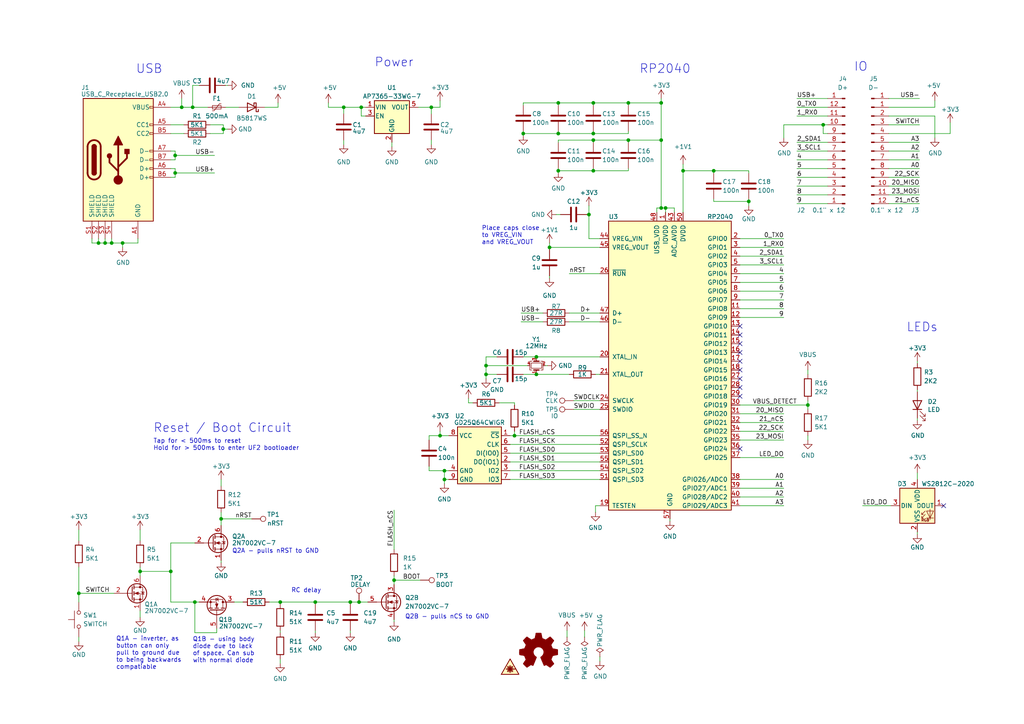
<source format=kicad_sch>
(kicad_sch (version 20211123) (generator eeschema)
  (paper "A4")
  (title_block (title "Sea Picro Reset") (date "2022-03-13") (rev "0.2") (company "Josh Johnson"))
  (junction (at 170.815 62.23))
  (junction (at 40.64 165.735))
  (junction (at 32.385 70.485))
  (junction (at 140.97 106.045))
  (junction (at 207.01 49.53))
  (junction (at 125.095 31.115))
  (junction (at 56.515 174.625))
  (junction (at 64.77 37.465))
  (junction (at 64.135 150.495))
  (junction (at 172.085 38.735))
  (junction (at 104.14 174.625))
  (junction (at 182.245 29.845))
  (junction (at 151.765 38.735))
  (junction (at 161.925 49.53))
  (junction (at 182.245 40.64))
  (junction (at 50.8 45.085))
  (junction (at 234.315 117.475))
  (junction (at 28.575 70.485))
  (junction (at 193.04 60.325))
  (junction (at 35.56 70.485))
  (junction (at 191.77 40.64))
  (junction (at 172.085 49.53))
  (junction (at 104.775 31.115))
  (junction (at 159.385 71.755))
  (junction (at 52.705 31.115))
  (junction (at 30.48 70.485))
  (junction (at 198.12 49.53))
  (junction (at 50.8 50.165))
  (junction (at 101.6 174.625))
  (junction (at 155.575 108.585))
  (junction (at 22.86 172.085))
  (junction (at 161.925 38.735))
  (junction (at 91.44 174.625))
  (junction (at 127.635 126.365))
  (junction (at 49.53 165.735))
  (junction (at 140.97 108.585))
  (junction (at 155.575 103.505))
  (junction (at 128.905 136.525))
  (junction (at 55.88 31.115))
  (junction (at 99.695 31.115))
  (junction (at 81.28 174.625))
  (junction (at 114.3 168.275))
  (junction (at 128.905 139.065))
  (junction (at 172.085 29.845))
  (junction (at 191.77 29.845))
  (junction (at 172.085 40.64))
  (junction (at 149.225 126.365))
  (junction (at 161.925 29.845))
  (junction (at 217.17 58.42))
  (junction (at 238.76 36.195))
  (junction (at 191.77 60.325))
  (no_connect (at 214.63 130.175))
  (no_connect (at 214.63 107.315))
  (no_connect (at 214.63 112.395))
  (no_connect (at 214.63 97.155))
  (no_connect (at 214.63 99.695))
  (no_connect (at 214.63 114.935))
  (no_connect (at 214.63 104.775))
  (no_connect (at 214.63 94.615))
  (no_connect (at 214.63 109.855))
  (no_connect (at 273.685 146.685))
  (no_connect (at 214.63 102.235))
  (wire (pts (xy 128.905 136.525) (xy 128.905 139.065)))
  (wire (pts (xy 50.8 48.895) (xy 50.8 50.165)))
  (wire (pts (xy 266.065 121.285) (xy 266.065 121.92)))
  (wire (pts (xy 127.635 126.365) (xy 124.46 126.365)))
  (wire (pts (xy 151.765 30.48) (xy 151.765 29.845)))
  (wire (pts (xy 191.77 29.845) (xy 191.77 40.64)))
  (wire (pts (xy 60.96 36.195) (xy 64.77 36.195)))
  (wire (pts (xy 147.955 126.365) (xy 149.225 126.365)))
  (wire (pts (xy 182.245 29.845) (xy 191.77 29.845)))
  (wire (pts (xy 207.01 49.53) (xy 198.12 49.53)))
  (wire (pts (xy 56.515 174.625) (xy 49.53 174.625)))
  (wire (pts (xy 231.14 56.515) (xy 240.03 56.515)))
  (wire (pts (xy 191.77 40.64) (xy 191.77 60.325)))
  (wire (pts (xy 257.81 41.275) (xy 266.7 41.275)))
  (wire (pts (xy 114.3 167.005) (xy 114.3 168.275)))
  (wire (pts (xy 28.575 70.485) (xy 30.48 70.485)))
  (wire (pts (xy 182.245 29.845) (xy 182.245 30.48)))
  (wire (pts (xy 234.315 126.365) (xy 234.315 127.635)))
  (wire (pts (xy 214.63 92.075) (xy 227.33 92.075)))
  (wire (pts (xy 26.67 70.485) (xy 28.575 70.485)))
  (wire (pts (xy 140.97 103.505) (xy 140.97 106.045)))
  (wire (pts (xy 40.64 164.465) (xy 40.64 165.735)))
  (wire (pts (xy 80.645 31.115) (xy 80.645 29.845)))
  (wire (pts (xy 157.48 93.345) (xy 151.13 93.345)))
  (wire (pts (xy 231.14 53.975) (xy 240.03 53.975)))
  (wire (pts (xy 65.405 31.115) (xy 69.215 31.115)))
  (wire (pts (xy 32.385 69.215) (xy 32.385 70.485)))
  (wire (pts (xy 231.14 51.435) (xy 240.03 51.435)))
  (wire (pts (xy 64.135 148.59) (xy 64.135 150.495)))
  (wire (pts (xy 161.925 48.895) (xy 161.925 49.53)))
  (wire (pts (xy 173.99 71.755) (xy 159.385 71.755)))
  (wire (pts (xy 155.575 108.585) (xy 165.1 108.585)))
  (wire (pts (xy 198.12 49.53) (xy 198.12 61.595)))
  (wire (pts (xy 22.86 164.465) (xy 22.86 172.085)))
  (wire (pts (xy 214.63 71.755) (xy 227.33 71.755)))
  (wire (pts (xy 99.695 31.115) (xy 104.775 31.115)))
  (wire (pts (xy 22.86 172.085) (xy 22.86 174.625)))
  (wire (pts (xy 231.14 33.655) (xy 240.03 33.655)))
  (wire (pts (xy 169.545 182.88) (xy 169.545 184.785)))
  (wire (pts (xy 55.88 24.765) (xy 57.785 24.765)))
  (wire (pts (xy 49.53 48.895) (xy 50.8 48.895)))
  (wire (pts (xy 50.8 50.165) (xy 50.8 51.435)))
  (wire (pts (xy 191.77 28.575) (xy 191.77 29.845)))
  (wire (pts (xy 271.145 31.115) (xy 271.145 29.21)))
  (wire (pts (xy 50.8 45.085) (xy 62.23 45.085)))
  (wire (pts (xy 238.76 38.735) (xy 238.76 36.195)))
  (wire (pts (xy 271.145 33.655) (xy 271.145 40.005)))
  (wire (pts (xy 172.085 30.48) (xy 172.085 29.845)))
  (wire (pts (xy 166.37 118.745) (xy 173.99 118.745)))
  (wire (pts (xy 64.135 150.495) (xy 73.025 150.495)))
  (wire (pts (xy 257.81 43.815) (xy 266.7 43.815)))
  (wire (pts (xy 207.01 57.785) (xy 207.01 58.42)))
  (wire (pts (xy 266.065 105.41) (xy 266.065 104.775)))
  (wire (pts (xy 193.04 60.325) (xy 191.77 60.325)))
  (wire (pts (xy 231.14 28.575) (xy 240.03 28.575)))
  (wire (pts (xy 231.14 43.815) (xy 240.03 43.815)))
  (wire (pts (xy 64.135 150.495) (xy 64.135 152.4)))
  (wire (pts (xy 81.28 191.135) (xy 81.28 192.405)))
  (wire (pts (xy 182.245 38.1) (xy 182.245 38.735)))
  (wire (pts (xy 172.085 38.735) (xy 182.245 38.735)))
  (wire (pts (xy 240.03 38.735) (xy 238.76 38.735)))
  (wire (pts (xy 214.63 144.145) (xy 227.33 144.145)))
  (wire (pts (xy 49.53 174.625) (xy 49.53 165.735)))
  (wire (pts (xy 121.285 31.115) (xy 125.095 31.115)))
  (wire (pts (xy 140.97 108.585) (xy 140.97 109.855)))
  (wire (pts (xy 114.3 147.955) (xy 114.3 159.385)))
  (wire (pts (xy 22.86 153.67) (xy 22.86 156.845)))
  (wire (pts (xy 104.14 174.625) (xy 106.68 174.625)))
  (wire (pts (xy 214.63 74.295) (xy 227.33 74.295)))
  (wire (pts (xy 214.63 127.635) (xy 227.33 127.635)))
  (wire (pts (xy 64.77 36.195) (xy 64.77 37.465)))
  (wire (pts (xy 182.245 48.895) (xy 182.245 49.53)))
  (wire (pts (xy 147.955 133.985) (xy 173.99 133.985)))
  (wire (pts (xy 161.925 38.735) (xy 172.085 38.735)))
  (wire (pts (xy 207.01 49.53) (xy 217.17 49.53)))
  (wire (pts (xy 53.34 36.195) (xy 49.53 36.195)))
  (wire (pts (xy 127.635 29.21) (xy 127.635 31.115)))
  (wire (pts (xy 140.97 106.045) (xy 140.97 108.585)))
  (wire (pts (xy 159.385 70.485) (xy 159.385 71.755)))
  (wire (pts (xy 170.815 62.23) (xy 170.815 69.215)))
  (wire (pts (xy 99.695 31.115) (xy 99.695 33.02)))
  (wire (pts (xy 149.225 125.095) (xy 149.225 126.365)))
  (wire (pts (xy 172.085 49.53) (xy 182.245 49.53)))
  (wire (pts (xy 198.12 47.625) (xy 198.12 49.53)))
  (wire (pts (xy 157.48 90.805) (xy 151.13 90.805)))
  (wire (pts (xy 266.065 113.665) (xy 266.065 113.03)))
  (wire (pts (xy 257.81 36.195) (xy 266.7 36.195)))
  (wire (pts (xy 217.17 58.42) (xy 217.17 59.69)))
  (wire (pts (xy 49.53 43.815) (xy 50.8 43.815)))
  (wire (pts (xy 172.085 29.845) (xy 182.245 29.845)))
  (wire (pts (xy 234.315 117.475) (xy 234.315 118.745)))
  (wire (pts (xy 214.63 117.475) (xy 234.315 117.475)))
  (wire (pts (xy 257.81 33.655) (xy 271.145 33.655)))
  (wire (pts (xy 65.405 24.765) (xy 66.04 24.765)))
  (wire (pts (xy 207.01 50.165) (xy 207.01 49.53)))
  (wire (pts (xy 50.8 46.355) (xy 49.53 46.355)))
  (wire (pts (xy 22.86 172.085) (xy 33.02 172.085)))
  (wire (pts (xy 101.6 174.625) (xy 104.14 174.625)))
  (wire (pts (xy 161.925 29.845) (xy 161.925 30.48)))
  (wire (pts (xy 101.6 182.88) (xy 101.6 183.515)))
  (wire (pts (xy 130.175 136.525) (xy 128.905 136.525)))
  (wire (pts (xy 26.67 69.215) (xy 26.67 70.485)))
  (wire (pts (xy 257.81 59.055) (xy 266.7 59.055)))
  (wire (pts (xy 104.775 33.655) (xy 104.775 31.115)))
  (wire (pts (xy 147.955 136.525) (xy 173.99 136.525)))
  (wire (pts (xy 50.8 51.435) (xy 49.53 51.435)))
  (wire (pts (xy 128.905 139.065) (xy 130.175 139.065)))
  (wire (pts (xy 257.81 48.895) (xy 266.7 48.895)))
  (wire (pts (xy 214.63 139.065) (xy 227.33 139.065)))
  (wire (pts (xy 52.705 28.575) (xy 52.705 31.115)))
  (wire (pts (xy 28.575 69.215) (xy 28.575 70.485)))
  (wire (pts (xy 214.63 141.605) (xy 227.33 141.605)))
  (wire (pts (xy 266.065 137.16) (xy 266.065 139.065)))
  (wire (pts (xy 81.28 182.88) (xy 81.28 183.515)))
  (wire (pts (xy 140.97 108.585) (xy 144.145 108.585)))
  (wire (pts (xy 50.8 45.085) (xy 50.8 46.355)))
  (wire (pts (xy 101.6 175.26) (xy 101.6 174.625)))
  (wire (pts (xy 214.63 84.455) (xy 227.33 84.455)))
  (wire (pts (xy 161.925 49.53) (xy 172.085 49.53)))
  (wire (pts (xy 60.96 38.735) (xy 64.77 38.735)))
  (wire (pts (xy 151.765 29.845) (xy 161.925 29.845)))
  (wire (pts (xy 172.085 40.64) (xy 172.085 41.275)))
  (wire (pts (xy 40.64 165.735) (xy 40.64 167.005)))
  (wire (pts (xy 172.085 38.1) (xy 172.085 38.735)))
  (wire (pts (xy 234.315 107.315) (xy 234.315 108.585)))
  (wire (pts (xy 125.095 31.115) (xy 125.095 33.02)))
  (wire (pts (xy 173.99 146.685) (xy 172.72 146.685)))
  (wire (pts (xy 164.465 182.88) (xy 164.465 184.785)))
  (wire (pts (xy 128.905 139.065) (xy 128.905 140.335)))
  (wire (pts (xy 32.385 70.485) (xy 35.56 70.485)))
  (wire (pts (xy 30.48 70.485) (xy 32.385 70.485)))
  (wire (pts (xy 217.17 49.53) (xy 217.17 50.165)))
  (wire (pts (xy 147.955 128.905) (xy 173.99 128.905)))
  (wire (pts (xy 172.72 146.685) (xy 172.72 148.59)))
  (wire (pts (xy 135.89 115.57) (xy 135.89 116.84)))
  (wire (pts (xy 214.63 122.555) (xy 227.33 122.555)))
  (wire (pts (xy 64.135 139.065) (xy 64.135 140.97)))
  (wire (pts (xy 147.955 139.065) (xy 173.99 139.065)))
  (wire (pts (xy 149.225 116.84) (xy 149.225 117.475)))
  (wire (pts (xy 113.665 41.275) (xy 113.665 42.545)))
  (wire (pts (xy 151.765 38.735) (xy 161.925 38.735)))
  (wire (pts (xy 81.28 174.625) (xy 91.44 174.625)))
  (wire (pts (xy 106.045 33.655) (xy 104.775 33.655)))
  (wire (pts (xy 258.445 146.685) (xy 250.19 146.685)))
  (wire (pts (xy 161.925 29.845) (xy 172.085 29.845)))
  (wire (pts (xy 67.945 174.625) (xy 70.485 174.625)))
  (wire (pts (xy 193.04 60.325) (xy 193.04 61.595)))
  (wire (pts (xy 127.635 125.095) (xy 127.635 126.365)))
  (wire (pts (xy 151.765 38.735) (xy 151.765 39.37)))
  (wire (pts (xy 234.315 116.205) (xy 234.315 117.475)))
  (wire (pts (xy 50.8 50.165) (xy 62.23 50.165)))
  (wire (pts (xy 231.14 48.895) (xy 240.03 48.895)))
  (wire (pts (xy 257.81 53.975) (xy 266.7 53.975)))
  (wire (pts (xy 173.99 191.77) (xy 173.99 190.5)))
  (wire (pts (xy 151.765 38.1) (xy 151.765 38.735)))
  (wire (pts (xy 173.99 69.215) (xy 170.815 69.215)))
  (wire (pts (xy 214.63 81.915) (xy 227.33 81.915)))
  (wire (pts (xy 214.63 79.375) (xy 227.33 79.375)))
  (wire (pts (xy 144.78 116.84) (xy 149.225 116.84)))
  (wire (pts (xy 50.8 43.815) (xy 50.8 45.085)))
  (wire (pts (xy 55.88 31.115) (xy 60.325 31.115)))
  (wire (pts (xy 166.37 116.205) (xy 173.99 116.205)))
  (wire (pts (xy 182.245 40.64) (xy 191.77 40.64)))
  (wire (pts (xy 56.515 183.515) (xy 56.515 174.625)))
  (wire (pts (xy 214.63 125.095) (xy 227.33 125.095)))
  (wire (pts (xy 214.63 89.535) (xy 227.33 89.535)))
  (wire (pts (xy 194.31 150.495) (xy 194.31 151.13)))
  (wire (pts (xy 40.64 177.165) (xy 40.64 179.07)))
  (wire (pts (xy 170.18 62.23) (xy 170.815 62.23)))
  (wire (pts (xy 125.095 40.64) (xy 125.095 41.91)))
  (wire (pts (xy 195.58 60.325) (xy 193.04 60.325)))
  (wire (pts (xy 81.28 174.625) (xy 78.105 174.625)))
  (wire (pts (xy 159.385 71.755) (xy 159.385 72.39)))
  (wire (pts (xy 172.085 48.895) (xy 172.085 49.53)))
  (wire (pts (xy 149.225 126.365) (xy 173.99 126.365)))
  (wire (pts (xy 257.81 51.435) (xy 266.7 51.435)))
  (wire (pts (xy 231.14 41.275) (xy 240.03 41.275)))
  (wire (pts (xy 81.28 175.26) (xy 81.28 174.625)))
  (wire (pts (xy 191.77 60.325) (xy 190.5 60.325)))
  (wire (pts (xy 275.59 35.56) (xy 275.59 38.735)))
  (wire (pts (xy 49.53 165.735) (xy 40.64 165.735)))
  (wire (pts (xy 62.865 183.515) (xy 56.515 183.515)))
  (wire (pts (xy 161.925 40.64) (xy 172.085 40.64)))
  (wire (pts (xy 127.635 126.365) (xy 130.175 126.365)))
  (wire (pts (xy 159.385 80.01) (xy 159.385 80.645)))
  (wire (pts (xy 64.77 37.465) (xy 64.77 38.735)))
  (wire (pts (xy 214.63 76.835) (xy 227.33 76.835)))
  (wire (pts (xy 165.1 93.345) (xy 173.99 93.345)))
  (wire (pts (xy 217.17 57.785) (xy 217.17 58.42)))
  (wire (pts (xy 49.53 31.115) (xy 52.705 31.115)))
  (wire (pts (xy 40.64 153.67) (xy 40.64 156.845)))
  (wire (pts (xy 91.44 182.88) (xy 91.44 183.515)))
  (wire (pts (xy 266.065 154.305) (xy 266.065 154.94)))
  (wire (pts (xy 53.34 38.735) (xy 49.53 38.735)))
  (wire (pts (xy 151.765 108.585) (xy 155.575 108.585)))
  (wire (pts (xy 227.33 36.195) (xy 238.76 36.195)))
  (wire (pts (xy 95.25 31.115) (xy 95.25 29.845)))
  (wire (pts (xy 161.29 62.23) (xy 162.56 62.23)))
  (wire (pts (xy 158.115 106.045) (xy 158.75 106.045)))
  (wire (pts (xy 231.14 31.115) (xy 240.03 31.115)))
  (wire (pts (xy 161.925 41.275) (xy 161.925 40.64)))
  (wire (pts (xy 62.865 182.245) (xy 62.865 183.515)))
  (wire (pts (xy 165.1 90.805) (xy 173.99 90.805)))
  (wire (pts (xy 190.5 60.325) (xy 190.5 61.595)))
  (wire (pts (xy 114.3 179.705) (xy 114.3 180.34)))
  (wire (pts (xy 140.97 106.045) (xy 153.035 106.045)))
  (wire (pts (xy 182.245 41.275) (xy 182.245 40.64)))
  (wire (pts (xy 227.33 36.195) (xy 227.33 40.005)))
  (wire (pts (xy 64.135 162.56) (xy 64.135 163.195)))
  (wire (pts (xy 125.095 31.115) (xy 127.635 31.115)))
  (wire (pts (xy 104.775 31.115) (xy 106.045 31.115)))
  (wire (pts (xy 161.925 49.53) (xy 161.925 50.165)))
  (wire (pts (xy 173.99 79.375) (xy 165.1 79.375)))
  (wire (pts (xy 40.005 69.215) (xy 40.005 70.485)))
  (wire (pts (xy 66.04 37.465) (xy 64.77 37.465)))
  (wire (pts (xy 161.925 38.1) (xy 161.925 38.735)))
  (wire (pts (xy 55.88 24.765) (xy 55.88 31.115)))
  (wire (pts (xy 52.705 31.115) (xy 55.88 31.115)))
  (wire (pts (xy 195.58 61.595) (xy 195.58 60.325)))
  (wire (pts (xy 214.63 146.685) (xy 227.33 146.685)))
  (wire (pts (xy 257.81 38.735) (xy 275.59 38.735)))
  (wire (pts (xy 257.81 46.355) (xy 266.7 46.355)))
  (wire (pts (xy 231.14 46.355) (xy 240.03 46.355)))
  (wire (pts (xy 124.46 126.365) (xy 124.46 127.635)))
  (wire (pts (xy 30.48 69.215) (xy 30.48 70.485)))
  (wire (pts (xy 155.575 103.505) (xy 173.99 103.505)))
  (wire (pts (xy 214.63 120.015) (xy 227.33 120.015)))
  (wire (pts (xy 147.955 131.445) (xy 173.99 131.445)))
  (wire (pts (xy 49.53 157.48) (xy 56.515 157.48)))
  (wire (pts (xy 207.01 58.42) (xy 217.17 58.42)))
  (wire (pts (xy 35.56 70.485) (xy 40.005 70.485)))
  (wire (pts (xy 76.835 31.115) (xy 80.645 31.115)))
  (wire (pts (xy 124.46 135.255) (xy 124.46 136.525)))
  (wire (pts (xy 99.695 40.64) (xy 99.695 41.91)))
  (wire (pts (xy 95.25 31.115) (xy 99.695 31.115)))
  (wire (pts (xy 257.81 31.115) (xy 271.145 31.115)))
  (wire (pts (xy 231.14 59.055) (xy 240.03 59.055)))
  (wire (pts (xy 257.81 28.575) (xy 266.7 28.575)))
  (wire (pts (xy 114.3 168.275) (xy 121.92 168.275)))
  (wire (pts (xy 257.81 56.515) (xy 266.7 56.515)))
  (wire (pts (xy 135.89 116.84) (xy 137.16 116.84)))
  (wire (pts (xy 172.085 40.64) (xy 182.245 40.64)))
  (wire (pts (xy 170.815 59.69) (xy 170.815 62.23)))
  (wire (pts (xy 144.145 103.505) (xy 140.97 103.505)))
  (wire (pts (xy 124.46 136.525) (xy 128.905 136.525)))
  (wire (pts (xy 172.72 108.585) (xy 173.99 108.585)))
  (wire (pts (xy 214.63 132.715) (xy 227.33 132.715)))
  (wire (pts (xy 91.44 175.26) (xy 91.44 174.625)))
  (wire (pts (xy 238.76 36.195) (xy 240.03 36.195)))
  (wire (pts (xy 214.63 69.215) (xy 227.33 69.215)))
  (wire (pts (xy 56.515 174.625) (xy 57.785 174.625)))
  (wire (pts (xy 114.3 168.275) (xy 114.3 169.545)))
  (wire (pts (xy 49.53 157.48) (xy 49.53 165.735)))
  (wire (pts (xy 91.44 174.625) (xy 101.6 174.625)))
  (wire (pts (xy 214.63 86.995) (xy 227.33 86.995)))
  (wire (pts (xy 151.765 103.505) (xy 155.575 103.505)))
  (wire (pts (xy 22.86 184.785) (xy 22.86 186.055)))
  (wire (pts (xy 35.56 71.755) (xy 35.56 70.485)))
  (text "LEDs" (at 262.89 96.52 0) (effects (font (size 2.54 2.54)) (justify left bottom)))
  (text "RP2040" (at 185.42 21.59 0) (effects (font (size 2.54 2.54)) (justify left bottom)))
  (text "Power" (at 108.585 19.685 0) (effects (font (size 2.54 2.54)) (justify left bottom)))
  (text "Q2A - pulls nRST to GND" (at 67.31 160.655 0) (effects (font (size 1.27 1.27)) (justify left bottom)))
  (text "Q1A - inverter, as \nbutton can only \npull to ground due\nto being backwards\ncompatiable" (at 33.655 194.31 0) (effects (font (size 1.27 1.27)) (justify left bottom)))
  (text "Place caps close \nto VREG_VIN \nand VREG_VOUT" (at 139.7 71.12 0) (effects (font (size 1.27 1.27)) (justify left bottom)))
  (text "Q1B - using body \ndiode due to lack\nof space. Can sub\nwith normal diode" (at 55.88 192.405 0) (effects (font (size 1.27 1.27)) (justify left bottom)))
  (text "Tap for < 500ms to reset\nHold for > 500ms to enter UF2 bootloader" (at 44.45 130.81 0) (effects (font (size 1.27 1.27)) (justify left bottom)))
  (text "RC delay" (at 84.455 172.085 0) (effects (font (size 1.27 1.27)) (justify left bottom)))
  (text "Reset / Boot Circuit" (at 44.45 125.73 0) (effects (font (size 2.54 2.54)) (justify left bottom)))
  (text "IO" (at 247.65 20.955 0) (effects (font (size 2.54 2.54)) (justify left bottom)))
  (text "USB" (at 39.37 21.59 0) (effects (font (size 2.54 2.54)) (justify left bottom)))
  (text "Q2B - pulls nCS to GND" (at 117.475 179.705 0) (effects (font (size 1.27 1.27)) (justify left bottom)))
  (label "23_MOSI" (at 227.33 127.635 180))
  (label "USB-" (at 62.23 45.085 180))
  (label "4" (at 231.14 46.355 0))
  (label "SWDIO" (at 166.37 118.745 0))
  (label "3_SCL1" (at 227.33 76.835 180))
  (label "SWDCLK" (at 166.37 116.205 0))
  (label "22_SCK" (at 227.33 125.095 180))
  (label "LED_DO" (at 250.19 146.685 0))
  (label "7" (at 231.14 53.975 0))
  (label "A2" (at 227.33 144.145 180))
  (label "4" (at 227.33 79.375 180))
  (label "3_SCL1" (at 231.14 43.815 0))
  (label "USB-" (at 266.7 28.575 180))
  (label "2_SDA1" (at 231.14 41.275 0))
  (label "5" (at 231.14 48.895 0))
  (label "USB+" (at 231.14 28.575 0))
  (label "22_SCK" (at 266.7 51.435 180))
  (label "6" (at 231.14 51.435 0))
  (label "nRST" (at 165.1 79.375 0))
  (label "20_MISO" (at 227.33 120.015 180))
  (label "USB-" (at 151.13 93.345 0))
  (label "23_MOSI" (at 266.7 56.515 180))
  (label "FLASH_SD0" (at 150.495 131.445 0))
  (label "FLASH_SD3" (at 150.495 139.065 0))
  (label "SWITCH" (at 24.765 172.085 0))
  (label "FLASH_nCS" (at 114.3 147.955 270))
  (label "9" (at 227.33 92.075 180))
  (label "A1" (at 227.33 141.605 180))
  (label "FLASH_nCS" (at 150.495 126.365 0))
  (label "21_nCS" (at 227.33 122.555 180))
  (label "8" (at 227.33 89.535 180))
  (label "5" (at 227.33 81.915 180))
  (label "A0" (at 227.33 139.065 180))
  (label "D-" (at 168.275 93.345 0))
  (label "USB+" (at 62.23 50.165 180))
  (label "0_TX0" (at 227.33 69.215 180))
  (label "USB+" (at 151.13 90.805 0))
  (label "LED_DO" (at 227.33 132.715 180))
  (label "9" (at 231.14 59.055 0))
  (label "6" (at 227.33 84.455 180))
  (label "21_nCS" (at 266.7 59.055 180))
  (label "7" (at 227.33 86.995 180))
  (label "8" (at 231.14 56.515 0))
  (label "nRST" (at 73.025 150.495 180))
  (label "0_TX0" (at 231.14 31.115 0))
  (label "D+" (at 168.275 90.805 0))
  (label "A3" (at 266.7 41.275 180))
  (label "FLASH_SCK" (at 150.495 128.905 0))
  (label "20_MISO" (at 266.7 53.975 180))
  (label "VBUS_DETECT" (at 231.14 117.475 180))
  (label "SWITCH" (at 266.7 36.195 180))
  (label "A0" (at 266.7 48.895 180))
  (label "1_RX0" (at 231.14 33.655 0))
  (label "A3" (at 227.33 146.685 180))
  (label "A2" (at 266.7 43.815 180))
  (label "1_RX0" (at 227.33 71.755 180))
  (label "BOOT" (at 121.92 168.275 180))
  (label "FLASH_SD2" (at 150.495 136.525 0))
  (label "2_SDA1" (at 227.33 74.295 180))
  (label "FLASH_SD1" (at 150.495 133.985 0))
  (label "A1" (at 266.7 46.355 180))
  (symbol (lib_id "power:GND") (at 35.56 71.755 0) (unit 1)
    (property "Reference" "#PWR01" (effects hide))
    (property "Value" "GND" (at 35.687 76.1492 0))
  )
  (symbol (lib_id "Device:R") (at 57.15 36.195 270) (unit 1)
    (property "Reference" "R1" (at 57.15 33.655 90))
    (property "Value" "5K1" (at 57.15 36.195 90))
    (property "Footprint" "Resistor_SMD:R_0402_1005Metric" (effects hide))
    (property "LCSC" "C25905" (effects hide))
    (property "MPN " "0402WGF5101TCE" (effects hide))
    (property "Manufacturer" "UNI-ROYAL(Uniroyal Elec)" (effects hide))
    (property "JLC Basic" "Y" (effects hide))
  )
  (symbol (lib_id "Device:R") (at 57.15 38.735 270) (unit 1)
    (property "Reference" "R2" (at 57.15 41.275 90))
    (property "Value" "5K1" (at 57.15 38.735 90))
    (property "Footprint" "Resistor_SMD:R_0402_1005Metric" (effects hide))
    (property "LCSC" "C25905" (effects hide))
    (property "MPN " "0402WGF5101TCE" (effects hide))
    (property "Manufacturer" "UNI-ROYAL(Uniroyal Elec)" (effects hide))
    (property "JLC Basic" "Y" (effects hide))
  )
  (symbol (lib_id "power:GND") (at 66.04 37.465 90) (unit 1)
    (property "Reference" "#PWR02" (effects hide))
    (property "Value" "GND" (at 71.12 37.465 90))
  )
  (symbol (lib_id "Device:D_Schottky") (at 73.025 31.115 180) (unit 1)
    (property "Reference" "D1" (at 73.025 27.94 0))
    (property "Value" "B5817WS" (at 73.025 34.29 0))
    (property "Footprint" "Diode_SMD:D_SOD-323" (effects hide))
    (property "LCSC" "C122854" (effects hide))
    (property "MPN " "B5817WS" (effects hide))
    (property "Manufacturer" "Shikues" (effects hide))
    (property "JLC Basic" "N" (effects hide))
  )
  (symbol (lib_id "power:+5V") (at 80.645 29.845 0) (unit 1)
    (property "Reference" "#PWR05" (effects hide))
    (property "Value" "+5V" (at 81.026 25.4508 0))
  )
  (symbol (lib_id "Device:Polyfuse_Small") (at 62.865 31.115 270) (unit 1)
    (property "Reference" "F1" (at 62.865 28.575 90))
    (property "Value" "500mA" (at 62.865 33.655 90))
    (property "Footprint" "josh-passives-smt:Fuse_0603_1608Metric" (effects hide))
    (property "LCSC" "C210357" (effects hide))
    (property "MPN " "MF-FSMF050X-2" (effects hide))
    (property "Manufacturer" "BOURNS" (effects hide))
    (property "JLC Basic" "N" (effects hide))
  )
  (symbol (lib_id "Connector:Conn_01x12_Male") (at 245.11 46.355 180) (unit 1) (in_bom no)
    (property "Reference" "J2" (at 231.14 60.96 0) (effects (justify right)))
    (property "Value" "0.1\" x 12" (at 235.585 60.96 0) (effects (justify right)))
    (property "Footprint" "josh-connectors:Castellated_Short_P2.54x12" (effects hide))
    (property "DNP" "DNP" (effects hide))
  )
  (symbol (lib_id "Connector:Conn_01x12_Male") (at 252.73 43.815 0) (unit 1) (in_bom no)
    (property "Reference" "J3" (at 265.43 60.96 0))
    (property "Value" "0.1\" x 12" (at 257.175 60.96 0))
    (property "Footprint" "josh-connectors:Castellated_Short_P2.54x12" (effects hide))
    (property "DNP" "DNP" (effects hide))
  )
  (symbol (lib_id "Device:LED") (at 266.065 117.475 90) (unit 1)
    (property "Reference" "D2" (at 269.0368 116.4844 90) (effects (justify right)))
    (property "Value" "LED" (at 269.0368 118.7958 90) (effects (justify right)))
    (property "Footprint" "LED_SMD:LED_0603_1608Metric" (effects hide))
    (property "LCSC" "C72041" (effects hide))
    (property "MPN " "19-217/BHC-ZL1M2RY/3T" (effects hide))
    (property "Manufacturer" "Everlight Elec" (effects hide))
    (property "JLC Basic" "Y" (effects hide))
  )
  (symbol (lib_id "power:GND") (at 266.065 121.92 0) (unit 1)
    (property "Reference" "#PWR07" (effects hide))
    (property "Value" "GND" (at 266.192 126.3142 0))
  )
  (symbol (lib_id "power:GND") (at 227.33 40.005 0) (unit 1)
    (property "Reference" "#PWR03" (effects hide))
    (property "Value" "GND" (at 227.457 44.3992 0))
  )
  (symbol (lib_id "power:+5V") (at 271.145 29.21 0) (mirror y) (unit 1)
    (property "Reference" "#PWR010" (effects hide))
    (property "Value" "+5V" (at 270.764 24.8158 0))
  )
  (symbol (lib_id "power:GND") (at 271.145 40.005 0) (unit 1)
    (property "Reference" "#PWR09" (effects hide))
    (property "Value" "GND" (at 271.272 44.3992 0))
  )
  (symbol (lib_id "power:PWR_FLAG") (at 173.99 190.5 0) (unit 1)
    (property "Reference" "#FLG04" (effects hide))
    (property "Value" "PWR_FLAG" (at 173.99 182.88 90))
  )
  (symbol (lib_id "power:GND") (at 173.99 191.77 0) (unit 1)
    (property "Reference" "#PWR017" (effects hide))
    (property "Value" "GND" (at 174.117 196.1642 0))
  )
  (symbol (lib_id "Graphic:Logo_Open_Hardware_Small") (at 156.21 189.23 0) (unit 1) (in_bom no)
    (property "Reference" "LOGO1" (effects hide))
    (property "Value" "Logo_Open_Hardware_Small" (effects hide))
    (property "Footprint" "josh-logos:OSHW_Logo_3.6x3.6_F.Mask" (effects hide))
    (property "DNP" "DNP" (effects hide))
  )
  (symbol (lib_id "Connector:TestPoint") (at 121.92 168.275 270) (unit 1) (in_bom no)
    (property "Reference" "TP3" (at 126.365 167.005 90) (effects (justify left)))
    (property "Value" "BOOT" (at 126.365 169.545 90) (effects (justify left)))
    (property "Footprint" "josh-test-point:TestPoint_SMDPad_D1.0mm_NO_SILK" (effects hide))
    (property "DNP" "DNP" (effects hide))
  )
  (symbol (lib_id "Device:C") (at 159.385 76.2 0) (mirror y) (unit 1)
    (property "Reference" "C9" (at 156.845 74.93 0) (effects (justify left)))
    (property "Value" "1u" (at 156.845 77.47 0) (effects (justify left)))
    (property "Footprint" "Capacitor_SMD:C_0402_1005Metric" (effects hide))
    (property "LCSC" "C15849" (effects hide))
    (property "MPN " "CL10A105KB8NNNC" (effects hide))
    (property "Manufacturer" "Samsung Electro-Mechanics" (effects hide))
    (property "JLC Basic" "Y" (effects hide))
  )
  (symbol (lib_id "power:GND") (at 99.695 41.91 0) (unit 1)
    (property "Reference" "#PWR06" (effects hide))
    (property "Value" "GND" (at 99.695 46.99 0))
  )
  (symbol (lib_id "Device:C") (at 101.6 179.07 0) (unit 1)
    (property "Reference" "C19" (at 105.41 177.7999 0) (effects (justify left)))
    (property "Value" "4u7" (at 105.41 180.3399 0) (effects (justify left)))
    (property "Footprint" "Capacitor_SMD:C_0402_1005Metric" (effects hide))
    (property "JLC Basic" "Y" (effects hide))
    (property "LCSC" "C23733" (effects hide))
    (property "MPN " "CL05A475MP5NRNC" (effects hide))
    (property "Manufacturer" "Samsung Electro-Mechanics" (effects hide))
  )
  (symbol (lib_id "Device:C") (at 124.46 131.445 0) (unit 1)
    (property "Reference" "C4" (at 127 130.175 0) (effects (justify left)))
    (property "Value" "100n" (at 127 132.715 0) (effects (justify left)))
    (property "Footprint" "Capacitor_SMD:C_0402_1005Metric" (effects hide))
    (property "LCSC" "C1525" (effects hide))
    (property "MPN " "CL05B104KO5NNNC" (effects hide))
    (property "Manufacturer" "Samsung Electro-Mechanics" (effects hide))
    (property "JLC Basic" "Y" (effects hide))
  )
  (symbol (lib_id "power:GND") (at 194.31 151.13 0) (unit 1)
    (property "Reference" "#PWR033" (effects hide))
    (property "Value" "GND" (at 194.31 155.575 0))
  )
  (symbol (lib_id "power:+5V") (at 169.545 182.88 0) (unit 1)
    (property "Reference" "#PWR0112" (effects hide))
    (property "Value" "+5V" (at 169.926 178.4858 0))
  )
  (symbol (lib_id "Transistor_FET:FDG6335N") (at 61.595 157.48 0) (unit 1)
    (property "Reference" "Q2" (at 69.215 155.575 0))
    (property "Value" "2N7002VC-7" (at 73.66 157.48 0))
    (property "Footprint" "Package_TO_SOT_SMD:SOT-563" (effects hide))
    (property "Datasheet" "http://www.gneic.com/product/datasheet/FDG6335N-1122853.pdf" (effects hide))
    (property "JLC Basic" "N" (effects hide))
    (property "LCSC" "C504145" (effects hide))
    (property "MPN " "2N7002V" (effects hide))
    (property "Manufacturer" "Changjiang Electronics Tech (CJ) " (effects hide))
  )
  (symbol (lib_id "Device:Crystal_GND24_Small") (at 155.575 106.045 90) (unit 1)
    (property "Reference" "Y1" (at 155.575 98.425 90))
    (property "Value" "12MHz" (at 155.575 100.33 90))
    (property "Footprint" "josh-oscillators:Crystal_SMD_2520-4Pin_2.5x2.0mm" (effects hide))
    (property "LCSC" "C2149204" (effects hide))
    (property "MPN " "2TJ412000HYGBC" (effects hide))
    (property "Manufacturer" "JYJE" (effects hide))
    (property "JLC Basic" "N" (effects hide))
  )
  (symbol (lib_id "josh-connector:USB_C_Receptacle_USB2.0_NO_SBU") (at 34.29 46.355 0) (unit 1)
    (property "Reference" "J1" (at 24.765 25.4 0))
    (property "Value" "USB_C_Receptacle_USB2.0" (at 36.195 27.305 0))
    (property "Footprint" "josh-connectors:USB-C_MID_MOUNT_918-418K2024S40000" (effects hide))
    (property "JLC Basic" "N" (effects hide))
    (property "LCSC" "C168688" (effects hide))
    (property "MPN " "918-418K2024S40000" (effects hide))
    (property "Manufacturer" "Jing Extension of the Electronic Co" (effects hide))
  )
  (symbol (lib_id "Transistor_FET:FDG6335N") (at 62.865 177.165 270) (mirror x) (unit 2)
    (property "Reference" "Q1" (at 65.405 179.705 90))
    (property "Value" "2N7002VC-7" (at 69.85 181.61 90))
    (property "Footprint" "Package_TO_SOT_SMD:SOT-563" (effects hide))
    (property "Datasheet" "http://www.gneic.com/product/datasheet/FDG6335N-1122853.pdf" (effects hide))
    (property "JLC Basic" "N" (effects hide))
    (property "LCSC" "C504145" (effects hide))
    (property "MPN " "2N7002V" (effects hide))
    (property "Manufacturer" "Changjiang Electronics Tech (CJ) " (effects hide))
  )
  (symbol (lib_id "power:+3V3") (at 191.77 28.575 0) (unit 1)
    (property "Reference" "#PWR032" (effects hide))
    (property "Value" "+3V3" (at 191.77 24.765 0))
  )
  (symbol (lib_id "power:GND") (at 66.04 24.765 90) (unit 1)
    (property "Reference" "#PWR018" (effects hide))
    (property "Value" "GND" (at 69.85 24.7649 90) (effects (justify right)))
  )
  (symbol (lib_id "Device:R") (at 161.29 90.805 90) (unit 1)
    (property "Reference" "R7" (at 161.29 88.9 90))
    (property "Value" "27R" (at 161.29 90.805 90))
    (property "Footprint" "Resistor_SMD:R_0402_1005Metric" (effects hide))
    (property "LCSC" "C25100" (effects hide))
    (property "MPN " "0402WGF270JTCE" (effects hide))
    (property "Manufacturer" "UNI-ROYAL(Uniroyal Elec)" (effects hide))
    (property "JLC Basic" "N" (effects hide))
  )
  (symbol (lib_id "Device:C") (at 161.925 45.085 0) (unit 1)
    (property "Reference" "C11" (at 164.465 43.815 0) (effects (justify left)))
    (property "Value" "100n" (at 164.465 46.355 0) (effects (justify left)))
    (property "Footprint" "Capacitor_SMD:C_0402_1005Metric" (effects hide))
    (property "LCSC" "C1525" (effects hide))
    (property "MPN " "CL05B104KO5NNNC" (effects hide))
    (property "Manufacturer" "Samsung Electro-Mechanics" (effects hide))
    (property "JLC Basic" "Y" (effects hide))
  )
  (symbol (lib_id "Connector:TestPoint") (at 73.025 150.495 270) (unit 1) (in_bom no)
    (property "Reference" "TP1" (at 77.47 149.225 90) (effects (justify left)))
    (property "Value" "nRST" (at 77.47 151.765 90) (effects (justify left)))
    (property "Footprint" "josh-test-point:TestPoint_SMDPad_D1.0mm_NO_SILK" (effects hide))
    (property "DNP" "DNP" (effects hide))
  )
  (symbol (lib_id "power:GND") (at 64.135 163.195 0) (unit 1)
    (property "Reference" "#PWR0101" (effects hide))
    (property "Value" "GND" (at 64.135 167.005 0))
  )
  (symbol (lib_id "Device:R") (at 168.91 108.585 90) (unit 1)
    (property "Reference" "R9" (at 168.91 106.68 90))
    (property "Value" "1K" (at 168.91 108.585 90))
    (property "Footprint" "Resistor_SMD:R_0402_1005Metric" (effects hide))
    (property "LCSC" "C11702" (effects hide))
    (property "MPN " "0402WGF1001TCE" (effects hide))
    (property "Manufacturer" "UNI-ROYAL(Uniroyal Elec)" (effects hide))
    (property "JLC Basic" "Y" (effects hide))
  )
  (symbol (lib_id "power:+3V3") (at 135.89 115.57 0) (unit 1)
    (property "Reference" "#PWR023" (effects hide))
    (property "Value" "+3V3" (at 135.89 111.76 0))
  )
  (symbol (lib_id "power:GND") (at 151.765 39.37 0) (unit 1)
    (property "Reference" "#PWR024" (effects hide))
    (property "Value" "GND" (at 151.765 43.815 0))
  )
  (symbol (lib_id "Device:R") (at 22.86 160.655 0) (unit 1)
    (property "Reference" "R4" (at 24.765 159.3849 0) (effects (justify left)))
    (property "Value" "5K1" (at 24.765 161.9249 0) (effects (justify left)))
    (property "Footprint" "Resistor_SMD:R_0402_1005Metric" (effects hide))
    (property "LCSC" "C25905" (effects hide))
    (property "MPN " "0402WGF5101TCE" (effects hide))
    (property "Manufacturer" "UNI-ROYAL(Uniroyal Elec)" (effects hide))
    (property "JLC Basic" "Y" (effects hide))
  )
  (symbol (lib_id "Device:C") (at 182.245 45.085 0) (unit 1)
    (property "Reference" "C16" (at 184.785 43.815 0) (effects (justify left)))
    (property "Value" "100n" (at 184.785 46.355 0) (effects (justify left)))
    (property "Footprint" "Capacitor_SMD:C_0402_1005Metric" (effects hide))
    (property "LCSC" "C1525" (effects hide))
    (property "MPN " "CL05B104KO5NNNC" (effects hide))
    (property "Manufacturer" "Samsung Electro-Mechanics" (effects hide))
    (property "JLC Basic" "Y" (effects hide))
  )
  (symbol (lib_id "power:GND") (at 161.925 50.165 0) (unit 1)
    (property "Reference" "#PWR029" (effects hide))
    (property "Value" "GND" (at 161.925 54.61 0))
  )
  (symbol (lib_id "power:+3V3") (at 275.59 35.56 0) (unit 1)
    (property "Reference" "#PWR039" (effects hide))
    (property "Value" "+3V3" (at 275.59 31.75 0))
  )
  (symbol (lib_id "Device:R") (at 114.3 163.195 0) (unit 1)
    (property "Reference" "R15" (at 116.84 161.9249 0) (effects (justify left)))
    (property "Value" "1K" (at 116.84 164.4649 0) (effects (justify left)))
    (property "Footprint" "Resistor_SMD:R_0402_1005Metric" (effects hide))
    (property "LCSC" "C11702" (effects hide))
    (property "MPN " "0402WGF1001TCE" (effects hide))
    (property "Manufacturer" "UNI-ROYAL(Uniroyal Elec)" (effects hide))
    (property "JLC Basic" "Y" (effects hide))
  )
  (symbol (lib_id "power:+1V1") (at 198.12 47.625 0) (unit 1)
    (property "Reference" "#PWR034" (effects hide))
    (property "Value" "+1V1" (at 198.12 42.545 0))
  )
  (symbol (lib_id "Device:C") (at 217.17 53.975 0) (unit 1)
    (property "Reference" "C18" (at 219.71 52.705 0) (effects (justify left)))
    (property "Value" "100n" (at 219.71 55.245 0) (effects (justify left)))
    (property "Footprint" "Capacitor_SMD:C_0402_1005Metric" (effects hide))
    (property "LCSC" "C1525" (effects hide))
    (property "MPN " "CL05B104KO5NNNC" (effects hide))
    (property "Manufacturer" "Samsung Electro-Mechanics" (effects hide))
    (property "JLC Basic" "Y" (effects hide))
  )
  (symbol (lib_id "Device:R") (at 64.135 144.78 0) (unit 1)
    (property "Reference" "R12" (at 66.04 143.5099 0) (effects (justify left)))
    (property "Value" "5K1" (at 66.04 146.0499 0) (effects (justify left)))
    (property "Footprint" "Resistor_SMD:R_0402_1005Metric" (effects hide))
    (property "LCSC" "C25905" (effects hide))
    (property "MPN " "0402WGF5101TCE" (effects hide))
    (property "Manufacturer" "UNI-ROYAL(Uniroyal Elec)" (effects hide))
    (property "JLC Basic" "Y" (effects hide))
  )
  (symbol (lib_id "power:GND") (at 266.065 154.94 0) (unit 1)
    (property "Reference" "#PWR038" (effects hide))
    (property "Value" "GND" (at 266.065 158.75 0))
  )
  (symbol (lib_id "Device:C") (at 207.01 53.975 0) (unit 1)
    (property "Reference" "C17" (at 209.55 52.705 0) (effects (justify left)))
    (property "Value" "100n" (at 209.55 55.245 0) (effects (justify left)))
    (property "Footprint" "Capacitor_SMD:C_0402_1005Metric" (effects hide))
    (property "LCSC" "C1525" (effects hide))
    (property "MPN " "CL05B104KO5NNNC" (effects hide))
    (property "Manufacturer" "Samsung Electro-Mechanics" (effects hide))
    (property "JLC Basic" "Y" (effects hide))
  )
  (symbol (lib_id "Device:C") (at 151.765 34.29 0) (unit 1)
    (property "Reference" "C8" (at 154.305 33.02 0) (effects (justify left)))
    (property "Value" "100n" (at 154.305 35.56 0) (effects (justify left)))
    (property "Footprint" "Capacitor_SMD:C_0402_1005Metric" (effects hide))
    (property "LCSC" "C1525" (effects hide))
    (property "MPN " "CL05B104KO5NNNC" (effects hide))
    (property "Manufacturer" "Samsung Electro-Mechanics" (effects hide))
    (property "JLC Basic" "Y" (effects hide))
  )
  (symbol (lib_id "Device:R") (at 266.065 109.22 0) (unit 1)
    (property "Reference" "R3" (at 267.97 107.9499 0) (effects (justify left)))
    (property "Value" "2K2" (at 267.97 110.4899 0) (effects (justify left)))
    (property "Footprint" "Resistor_SMD:R_0402_1005Metric" (effects hide))
    (property "JLC Basic" "Y" (effects hide))
    (property "LCSC" "C25879" (effects hide))
    (property "MPN " "0402WGF2201TCE" (effects hide))
    (property "Manufacturer" "UNI-ROYAL(Uniroyal Elec)" (effects hide))
  )
  (symbol (lib_id "power:VBUS") (at 164.465 182.88 0) (unit 1)
    (property "Reference" "#PWR0113" (effects hide))
    (property "Value" "VBUS" (at 164.465 178.435 0))
  )
  (symbol (lib_id "power:GND") (at 128.905 140.335 0) (unit 1)
    (property "Reference" "#PWR021" (effects hide))
    (property "Value" "GND" (at 128.905 144.78 0))
  )
  (symbol (lib_id "power:+3V3") (at 127.635 29.21 0) (unit 1)
    (property "Reference" "#PWR016" (effects hide))
    (property "Value" "+3V3" (at 127.635 25.4 0))
  )
  (symbol (lib_id "Device:C") (at 166.37 62.23 90) (unit 1)
    (property "Reference" "C12" (at 166.37 58.42 90))
    (property "Value" "1u" (at 166.37 66.04 90))
    (property "Footprint" "Capacitor_SMD:C_0402_1005Metric" (effects hide))
    (property "LCSC" "C15849" (effects hide))
    (property "MPN " "CL10A105KB8NNNC" (effects hide))
    (property "Manufacturer" "Samsung Electro-Mechanics" (effects hide))
    (property "JLC Basic" "Y" (effects hide))
  )
  (symbol (lib_id "josh-memory:W25Q128JVSIQ") (at 135.255 131.445 0) (mirror y) (unit 1)
    (property "Reference" "U2" (at 133.35 120.65 0))
    (property "Value" "GD25Q64CWIGR" (at 139.065 122.555 0))
    (property "Footprint" "Package_SON:WSON-8-1EP_6x5mm_P1.27mm_EP3.4x4mm" (effects hide))
    (property "LCSC" "C395511" (effects hide))
    (property "MPN " "GD25Q64CWIGR" (effects hide))
    (property "Manufacturer" "GigaDevice Semicon Beijing " (effects hide))
    (property "JLC Basic" "N" (effects hide))
  )
  (symbol (lib_id "Device:R") (at 40.64 160.655 0) (unit 1)
    (property "Reference" "R5" (at 42.545 159.3849 0) (effects (justify left)))
    (property "Value" "5K1" (at 42.545 161.9249 0) (effects (justify left)))
    (property "Footprint" "Resistor_SMD:R_0402_1005Metric" (effects hide))
    (property "LCSC" "C25905" (effects hide))
    (property "MPN " "0402WGF5101TCE" (effects hide))
    (property "Manufacturer" "UNI-ROYAL(Uniroyal Elec)" (effects hide))
    (property "JLC Basic" "Y" (effects hide))
  )
  (symbol (lib_id "Device:C") (at 147.955 103.505 90) (unit 1)
    (property "Reference" "C6" (at 144.145 102.235 90))
    (property "Value" "15p" (at 151.13 102.235 90))
    (property "Footprint" "Capacitor_SMD:C_0402_1005Metric" (effects hide))
    (property "LCSC" "C1548" (effects hide))
    (property "MPN " "0402CG150J500NT" (effects hide))
    (property "Manufacturer" "FH(Guangdong Fenghua Advanced Tech)" (effects hide))
    (property "JLC Basic" "Y" (effects hide))
  )
  (symbol (lib_id "power:+3V3") (at 170.815 59.69 0) (unit 1)
    (property "Reference" "#PWR030" (effects hide))
    (property "Value" "+3V3" (at 170.815 55.88 0))
  )
  (symbol (lib_id "Device:R") (at 81.28 179.07 0) (unit 1)
    (property "Reference" "R14" (at 83.82 177.7999 0) (effects (justify left)))
    (property "Value" "51K" (at 83.82 180.3399 0) (effects (justify left)))
    (property "Footprint" "Resistor_SMD:R_0402_1005Metric" (effects hide))
    (property "JLC Basic" "Y" (effects hide))
    (property "LCSC" "C25794" (effects hide))
    (property "MPN " "0402WGF5102TCE" (effects hide))
    (property "Manufacturer" "UNI-ROYAL(Uniroyal Elec)" (effects hide))
  )
  (symbol (lib_id "Switch:SW_Push") (at 22.86 179.705 90) (unit 1)
    (property "Reference" "SW1" (at 24.13 178.4349 90) (effects (justify right)))
    (property "Value" "SWITCH" (at 24.13 180.9749 90) (effects (justify right)))
    (property "Footprint" "josh-buttons-switches:SW_Push_KMR2" (effects hide))
    (property "JLC Basic" "N" (effects hide))
    (property "LCSC" "C318893" (effects hide))
    (property "MPN " "TS-1185EC-C-D-B" (effects hide))
    (property "Manufacturer" "XKB Connectivity" (effects hide))
  )
  (symbol (lib_id "Graphic:SYM_LASER_Small") (at 147.955 193.675 0) (unit 1) (in_bom no)
    (property "Reference" "LOGO2" (effects hide))
    (property "Value" "Sea-Picro" (effects hide))
    (property "Footprint" "josh-logos:sea-picro-silk" (effects hide))
    (property "DNP" "DNP" (effects hide))
  )
  (symbol (lib_id "Connector:TestPoint") (at 104.14 174.625 0) (unit 1) (in_bom no)
    (property "Reference" "TP2" (at 101.6 167.64 0) (effects (justify left)))
    (property "Value" "DELAY" (at 101.6 169.545 0) (effects (justify left)))
    (property "Footprint" "josh-test-point:TestPoint_SMDPad_D1.0mm_NO_SILK" (effects hide))
    (property "DNP" "DNP" (effects hide))
  )
  (symbol (lib_id "Device:R") (at 161.29 93.345 90) (unit 1)
    (property "Reference" "R8" (at 161.29 95.885 90))
    (property "Value" "27R" (at 161.29 93.345 90))
    (property "Footprint" "Resistor_SMD:R_0402_1005Metric" (effects hide))
    (property "LCSC" "C25100" (effects hide))
    (property "MPN " "0402WGF270JTCE" (effects hide))
    (property "Manufacturer" "UNI-ROYAL(Uniroyal Elec)" (effects hide))
    (property "JLC Basic" "N" (effects hide))
  )
  (symbol (lib_id "Device:C") (at 182.245 34.29 0) (unit 1)
    (property "Reference" "C15" (at 184.785 33.02 0) (effects (justify left)))
    (property "Value" "100n" (at 184.785 35.56 0) (effects (justify left)))
    (property "Footprint" "Capacitor_SMD:C_0402_1005Metric" (effects hide))
    (property "LCSC" "C1525" (effects hide))
    (property "MPN " "CL05B104KO5NNNC" (effects hide))
    (property "Manufacturer" "Samsung Electro-Mechanics" (effects hide))
    (property "JLC Basic" "Y" (effects hide))
  )
  (symbol (lib_id "Connector:Conn_01x01_Male") (at 245.11 28.575 180) (unit 1) (in_bom no)
    (property "Reference" "J4" (at 244.475 22.86 0))
    (property "Value" "D+" (at 244.475 25.4 0))
    (property "Footprint" "josh-connectors:PinHeader_1x01_P2.54mm_Circle" (effects hide))
    (property "DNP" "DNP" (effects hide))
  )
  (symbol (lib_id "power:+1V1") (at 159.385 70.485 0) (unit 1)
    (property "Reference" "#PWR026" (effects hide))
    (property "Value" "+1V1" (at 159.385 66.675 0))
  )
  (symbol (lib_id "power:GND") (at 125.095 41.91 0) (unit 1)
    (property "Reference" "#PWR015" (effects hide))
    (property "Value" "GND" (at 125.095 46.99 0))
  )
  (symbol (lib_id "power:GND") (at 81.28 192.405 0) (unit 1)
    (property "Reference" "#PWR0104" (effects hide))
    (property "Value" "GND" (at 81.28 196.85 0))
  )
  (symbol (lib_id "Device:C") (at 161.925 34.29 0) (unit 1)
    (property "Reference" "C10" (at 164.465 33.02 0) (effects (justify left)))
    (property "Value" "100n" (at 164.465 35.56 0) (effects (justify left)))
    (property "Footprint" "Capacitor_SMD:C_0402_1005Metric" (effects hide))
    (property "LCSC" "C1525" (effects hide))
    (property "MPN " "CL05B104KO5NNNC" (effects hide))
    (property "Manufacturer" "Samsung Electro-Mechanics" (effects hide))
    (property "JLC Basic" "Y" (effects hide))
  )
  (symbol (lib_id "power:GND") (at 234.315 127.635 0) (unit 1)
    (property "Reference" "#PWR0108" (effects hide))
    (property "Value" "GND" (at 234.315 132.08 0))
  )
  (symbol (lib_id "power:GND") (at 140.97 109.855 0) (unit 1)
    (property "Reference" "#PWR022" (effects hide))
    (property "Value" "GND" (at 144.145 113.03 0))
  )
  (symbol (lib_id "power:PWR_FLAG") (at 169.545 184.785 180) (unit 1)
    (property "Reference" "#FLG0101" (effects hide))
    (property "Value" "PWR_FLAG" (at 169.545 192.405 90))
  )
  (symbol (lib_id "power:GND") (at 22.86 186.055 0) (unit 1)
    (property "Reference" "#PWR0111" (effects hide))
    (property "Value" "GND" (at 22.86 189.865 0))
  )
  (symbol (lib_id "power:VBUS") (at 234.315 107.315 0) (unit 1)
    (property "Reference" "#PWR0114" (effects hide))
    (property "Value" "VBUS" (at 234.315 102.87 0))
  )
  (symbol (lib_id "Connector:Conn_01x01_Male") (at 252.73 28.575 0) (unit 1) (in_bom no)
    (property "Reference" "J5" (at 253.365 22.86 0))
    (property "Value" "D-" (at 253.365 25.4 0))
    (property "Footprint" "josh-connectors:PinHeader_1x01_P2.54mm_Circle" (effects hide))
    (property "DNP" "DNP" (effects hide))
  )
  (symbol (lib_id "power:GND") (at 114.3 180.34 0) (unit 1)
    (property "Reference" "#PWR0103" (effects hide))
    (property "Value" "GND" (at 114.3 185.42 0))
  )
  (symbol (lib_id "Transistor_FET:FDG6335N") (at 38.1 172.085 0) (unit 1)
    (property "Reference" "Q1" (at 41.91 175.26 0) (effects (justify left)))
    (property "Value" "2N7002VC-7" (at 41.91 177.165 0) (effects (justify left)))
    (property "Footprint" "Package_TO_SOT_SMD:SOT-563" (effects hide))
    (property "Datasheet" "http://www.gneic.com/product/datasheet/FDG6335N-1122853.pdf" (effects hide))
    (property "JLC Basic" "N" (effects hide))
    (property "LCSC" "C504145" (effects hide))
    (property "MPN " "2N7002V" (effects hide))
    (property "Manufacturer" "Changjiang Electronics Tech (CJ) " (effects hide))
  )
  (symbol (lib_id "Device:C") (at 91.44 179.07 0) (unit 1)
    (property "Reference" "C5" (at 94.615 177.7999 0) (effects (justify left)))
    (property "Value" "4u7" (at 94.615 180.3399 0) (effects (justify left)))
    (property "Footprint" "Capacitor_SMD:C_0402_1005Metric" (effects hide))
    (property "JLC Basic" "Y" (effects hide))
    (property "LCSC" "C23733" (effects hide))
    (property "MPN " "CL05A475MP5NRNC" (effects hide))
    (property "Manufacturer" "Samsung Electro-Mechanics" (effects hide))
  )
  (symbol (lib_id "josh-ic:RP2040") (at 194.31 112.395 0) (unit 1)
    (property "Reference" "U3" (at 176.53 62.865 0) (effects (justify left)))
    (property "Value" "RP2040" (at 205.105 62.865 0) (effects (justify left)))
    (property "Footprint" "josh-dfn-qfn:RP2040-QFN-56" (effects hide))
    (property "LCSC" "C2040" (effects hide))
    (property "MPN " "RP2040" (effects hide))
    (property "Manufacturer" "Raspberry Pi " (effects hide))
    (property "JLC Basic" "N" (effects hide))
  )
  (symbol (lib_id "Device:C") (at 125.095 36.83 0) (unit 1)
    (property "Reference" "C2" (at 127.635 36.195 0) (effects (justify left)))
    (property "Value" "4u7" (at 127.635 38.1 0) (effects (justify left)))
    (property "Footprint" "Capacitor_SMD:C_0402_1005Metric" (effects hide))
    (property "LCSC" "C23733" (effects hide))
    (property "MPN " "CL05A475MP5NRNC" (effects hide))
    (property "Manufacturer" "Samsung Electro-Mechanics" (effects hide))
    (property "JLC Basic" "Y" (effects hide))
  )
  (symbol (lib_id "Device:C") (at 99.695 36.83 0) (unit 1)
    (property "Reference" "C1" (at 102.235 36.195 0) (effects (justify left)))
    (property "Value" "4u7" (at 102.235 38.1 0) (effects (justify left)))
    (property "Footprint" "Capacitor_SMD:C_0402_1005Metric" (effects hide))
    (property "LCSC" "C23733" (effects hide))
    (property "MPN " "CL05A475MP5NRNC" (effects hide))
    (property "Manufacturer" "Samsung Electro-Mechanics" (effects hide))
    (property "JLC Basic" "Y" (effects hide))
  )
  (symbol (lib_id "Device:C") (at 172.085 45.085 0) (unit 1)
    (property "Reference" "C14" (at 174.625 43.815 0) (effects (justify left)))
    (property "Value" "100n" (at 174.625 46.355 0) (effects (justify left)))
    (property "Footprint" "Capacitor_SMD:C_0402_1005Metric" (effects hide))
    (property "LCSC" "C1525" (effects hide))
    (property "MPN " "CL05B104KO5NNNC" (effects hide))
    (property "Manufacturer" "Samsung Electro-Mechanics" (effects hide))
    (property "JLC Basic" "Y" (effects hide))
  )
  (symbol (lib_id "power:GND") (at 113.665 42.545 0) (unit 1)
    (property "Reference" "#PWR011" (effects hide))
    (property "Value" "GND" (at 113.665 46.99 0))
  )
  (symbol (lib_id "power:VBUS") (at 52.705 28.575 0) (unit 1)
    (property "Reference" "#PWR014" (effects hide))
    (property "Value" "VBUS" (at 52.705 24.13 0))
  )
  (symbol (lib_id "power:+3V3") (at 40.64 153.67 0) (unit 1)
    (property "Reference" "#PWR0107" (effects hide))
    (property "Value" "+3V3" (at 40.64 149.86 0))
  )
  (symbol (lib_id "power:+3V3") (at 266.065 137.16 0) (unit 1)
    (property "Reference" "#PWR037" (effects hide))
    (property "Value" "+3V3" (at 266.065 132.715 0))
  )
  (symbol (lib_id "power:GND") (at 159.385 80.645 0) (unit 1)
    (property "Reference" "#PWR027" (effects hide))
    (property "Value" "GND" (at 159.385 85.725 0))
  )
  (symbol (lib_id "josh-led:WS2812C-2020") (at 266.065 146.685 0) (unit 1)
    (property "Reference" "D3" (at 261.62 140.335 0))
    (property "Value" "WS2812C-2020" (at 274.955 140.335 0))
    (property "Footprint" "josh-led:WS2812C-2020" (effects hide))
    (property "Datasheet" "https://cdn-shop.adafruit.com/datasheets/WS2812B.pdf" (effects hide))
    (property "LCSC" "C965556" (effects hide))
    (property "MPN " "WS2812C-2020" (effects hide))
    (property "Manufacturer" "Worldsemi " (effects hide))
    (property "JLC Basic" "N" (effects hide))
  )
  (symbol (lib_id "Device:C") (at 61.595 24.765 90) (unit 1)
    (property "Reference" "C3" (at 57.15 23.495 90))
    (property "Value" "4u7" (at 64.77 23.495 90))
    (property "Footprint" "Capacitor_SMD:C_0402_1005Metric" (effects hide))
    (property "LCSC" "C23733" (effects hide))
    (property "MPN " "CL05A475MP5NRNC" (effects hide))
    (property "Manufacturer" "Samsung Electro-Mechanics" (effects hide))
    (property "JLC Basic" "Y" (effects hide))
  )
  (symbol (lib_id "power:GND") (at 91.44 183.515 0) (unit 1)
    (property "Reference" "#PWR0105" (effects hide))
    (property "Value" "GND" (at 91.44 187.96 0))
  )
  (symbol (lib_id "power:+3V3") (at 64.135 139.065 0) (unit 1)
    (property "Reference" "#PWR0102" (effects hide))
    (property "Value" "+3V3" (at 64.135 135.255 0))
  )
  (symbol (lib_id "Device:R") (at 140.97 116.84 90) (unit 1)
    (property "Reference" "R6" (at 140.97 114.3 90))
    (property "Value" "5K1" (at 140.97 116.84 90))
    (property "Footprint" "Resistor_SMD:R_0402_1005Metric" (effects hide))
    (property "LCSC" "C25905" (effects hide))
    (property "MPN " "0402WGF5101TCE" (effects hide))
    (property "Manufacturer" "UNI-ROYAL(Uniroyal Elec)" (effects hide))
    (property "JLC Basic" "Y" (effects hide))
  )
  (symbol (lib_id "Device:R") (at 234.315 112.395 0) (unit 1)
    (property "Reference" "R16" (at 236.22 111.1249 0) (effects (justify left)))
    (property "Value" "2K2" (at 236.22 113.6649 0) (effects (justify left)))
    (property "Footprint" "Resistor_SMD:R_0402_1005Metric" (effects hide))
    (property "JLC Basic" "Y" (effects hide))
    (property "LCSC" "C25879" (effects hide))
    (property "MPN " "0402WGF2201TCE" (effects hide))
    (property "Manufacturer" "UNI-ROYAL(Uniroyal Elec)" (effects hide))
  )
  (symbol (lib_id "power:GND") (at 172.72 148.59 0) (unit 1)
    (property "Reference" "#PWR031" (effects hide))
    (property "Value" "GND" (at 172.72 153.035 0))
  )
  (symbol (lib_id "Regulator_Linear:AP2112K-3.3") (at 113.665 33.655 0) (unit 1)
    (property "Reference" "U1" (at 113.665 25.4 0))
    (property "Value" "AP7365-33WG-7 " (at 113.665 27.94 0))
    (property "Footprint" "Package_TO_SOT_SMD:SOT-23-5" (effects hide))
    (property "Datasheet" "https://www.diodes.com/assets/Datasheets/AP2112.pdf" (effects hide))
    (property "LCSC" "C150742" (effects hide))
    (property "MPN " "AP7365-33WG-7 " (effects hide))
    (property "Manufacturer" "Diodes Incorporated" (effects hide))
    (property "JLC Basic" "N" (effects hide))
  )
  (symbol (lib_id "power:GND") (at 158.75 106.045 90) (unit 1)
    (property "Reference" "#PWR025" (effects hide))
    (property "Value" "GND" (at 161.925 106.0449 90) (effects (justify right)))
  )
  (symbol (lib_id "power:PWR_FLAG") (at 164.465 184.785 180) (unit 1)
    (property "Reference" "#FLG0102" (effects hide))
    (property "Value" "PWR_FLAG" (at 164.465 192.405 90))
  )
  (symbol (lib_id "power:+3V3") (at 22.86 153.67 0) (unit 1)
    (property "Reference" "#PWR0110" (effects hide))
    (property "Value" "+3V3" (at 22.86 149.86 0))
  )
  (symbol (lib_id "Connector:TestPoint") (at 166.37 116.205 90) (unit 1) (in_bom no)
    (property "Reference" "TP4" (at 161.925 114.3 90) (effects (justify left)))
    (property "Value" "CLK" (at 161.925 116.205 90) (effects (justify left)))
    (property "Footprint" "josh-test-point:TestPoint_THTPad_D1.0mm_Drill0.5mm_NO_SILK" (effects hide))
    (property "DNP" "DNP" (effects hide))
  )
  (symbol (lib_id "power:+3V3") (at 266.065 104.775 0) (unit 1)
    (property "Reference" "#PWR036" (effects hide))
    (property "Value" "+3V3" (at 266.065 100.965 0))
  )
  (symbol (lib_id "power:+3V3") (at 127.635 125.095 0) (unit 1)
    (property "Reference" "#PWR020" (effects hide))
    (property "Value" "+3V3" (at 127.635 120.65 0))
  )
  (symbol (lib_id "power:GND") (at 161.29 62.23 270) (unit 1)
    (property "Reference" "#PWR028" (effects hide))
    (property "Value" "GND" (at 158.115 62.23 90) (effects (justify right)))
  )
  (symbol (lib_id "Device:R") (at 234.315 122.555 0) (unit 1)
    (property "Reference" "R17" (at 236.22 121.2849 0) (effects (justify left)))
    (property "Value" "5K1" (at 236.22 123.8249 0) (effects (justify left)))
    (property "Footprint" "Resistor_SMD:R_0402_1005Metric" (effects hide))
    (property "JLC Basic" "Y" (effects hide))
    (property "LCSC" "C25905" (effects hide))
    (property "MPN " "0402WGF5101TCE" (effects hide))
    (property "Manufacturer" "UNI-ROYAL(Uniroyal Elec)" (effects hide))
  )
  (symbol (lib_id "power:GND") (at 40.64 179.07 0) (unit 1)
    (property "Reference" "#PWR0109" (effects hide))
    (property "Value" "GND" (at 40.64 182.88 0))
  )
  (symbol (lib_id "Device:R") (at 149.225 121.285 0) (unit 1)
    (property "Reference" "R10" (at 151.13 120.0149 0) (effects (justify left)))
    (property "Value" "5K1" (at 151.13 122.5549 0) (effects (justify left)))
    (property "Footprint" "Resistor_SMD:R_0402_1005Metric" (effects hide))
    (property "LCSC" "C25905" (effects hide))
    (property "MPN " "0402WGF5101TCE" (effects hide))
    (property "Manufacturer" "UNI-ROYAL(Uniroyal Elec)" (effects hide))
    (property "JLC Basic" "Y" (effects hide))
  )
  (symbol (lib_id "Connector:TestPoint") (at 166.37 118.745 90) (unit 1) (in_bom no)
    (property "Reference" "TP5" (at 161.925 118.745 90) (effects (justify left)))
    (property "Value" "IO" (at 161.925 120.65 90) (effects (justify left)))
    (property "Footprint" "josh-test-point:TestPoint_THTPad_D1.0mm_Drill0.5mm_NO_SILK" (effects hide))
    (property "DNP" "DNP" (effects hide))
  )
  (symbol (lib_id "power:GND") (at 217.17 59.69 0) (unit 1)
    (property "Reference" "#PWR035" (effects hide))
    (property "Value" "GND" (at 217.17 63.5 0))
  )
  (symbol (lib_id "Device:R") (at 81.28 187.325 0) (unit 1)
    (property "Reference" "R11" (at 83.82 186.0549 0) (effects (justify left)))
    (property "Value" "51K" (at 83.82 188.5949 0) (effects (justify left)))
    (property "Footprint" "Resistor_SMD:R_0402_1005Metric" (effects hide))
    (property "JLC Basic" "Y" (effects hide))
    (property "LCSC" "C25794" (effects hide))
    (property "MPN " "0402WGF5102TCE" (effects hide))
    (property "Manufacturer" "UNI-ROYAL(Uniroyal Elec)" (effects hide))
  )
  (symbol (lib_id "Device:R") (at 74.295 174.625 90) (unit 1)
    (property "Reference" "R13" (at 74.295 172.085 90))
    (property "Value" "51K" (at 74.295 174.625 90))
    (property "Footprint" "Resistor_SMD:R_0402_1005Metric" (effects hide))
    (property "JLC Basic" "Y" (effects hide))
    (property "LCSC" "C25794" (effects hide))
    (property "MPN " "0402WGF5102TCE" (effects hide))
    (property "Manufacturer" "UNI-ROYAL(Uniroyal Elec)" (effects hide))
  )
  (symbol (lib_id "power:GND") (at 101.6 183.515 0) (unit 1)
    (property "Reference" "#PWR0106" (effects hide))
    (property "Value" "GND" (at 101.6 187.96 0))
  )
  (symbol (lib_id "Transistor_FET:FDG6335N") (at 111.76 174.625 0) (unit 2)
    (property "Reference" "Q2" (at 117.475 173.3549 0) (effects (justify left)))
    (property "Value" "2N7002VC-7" (at 117.475 175.8949 0) (effects (justify left)))
    (property "Footprint" "Package_TO_SOT_SMD:SOT-563" (effects hide))
    (property "Datasheet" "http://www.gneic.com/product/datasheet/FDG6335N-1122853.pdf" (effects hide))
    (property "JLC Basic" "N" (effects hide))
    (property "LCSC" "C504145" (effects hide))
    (property "MPN " "2N7002V" (effects hide))
    (property "Manufacturer" "Changjiang Electronics Tech (CJ) " (effects hide))
  )
  (symbol (lib_id "Device:C") (at 147.955 108.585 90) (unit 1)
    (property "Reference" "C7" (at 144.145 110.49 90))
    (property "Value" "15p" (at 151.13 109.855 90))
    (property "Footprint" "Capacitor_SMD:C_0402_1005Metric" (effects hide))
    (property "LCSC" "C1548" (effects hide))
    (property "MPN " "0402CG150J500NT" (effects hide))
    (property "Manufacturer" "FH(Guangdong Fenghua Advanced Tech)" (effects hide))
    (property "JLC Basic" "Y" (effects hide))
  )
  (symbol (lib_id "Device:C") (at 172.085 34.29 0) (unit 1)
    (property "Reference" "C13" (at 174.625 33.02 0) (effects (justify left)))
    (property "Value" "100n" (at 174.625 35.56 0) (effects (justify left)))
    (property "Footprint" "Capacitor_SMD:C_0402_1005Metric" (effects hide))
    (property "LCSC" "C1525" (effects hide))
    (property "MPN " "CL05B104KO5NNNC" (effects hide))
    (property "Manufacturer" "Samsung Electro-Mechanics" (effects hide))
    (property "JLC Basic" "Y" (effects hide))
  )
  (symbol (lib_id "power:+5V") (at 95.25 29.845 0) (unit 1)
    (property "Reference" "#PWR04" (effects hide))
    (property "Value" "+5V" (at 95.631 25.4508 0))
  )
)
</source>
